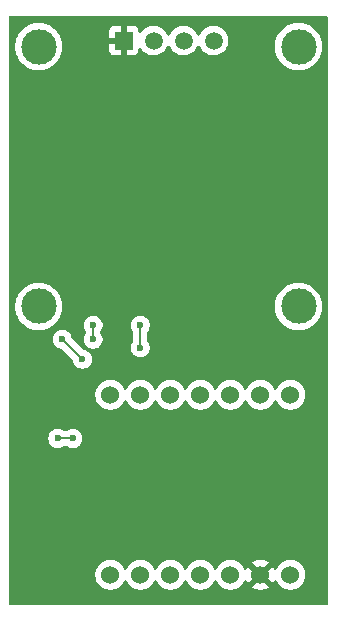
<source format=gbr>
%TF.GenerationSoftware,KiCad,Pcbnew,9.0.2*%
%TF.CreationDate,2025-08-22T23:07:11-04:00*%
%TF.ProjectId,Hermes,4865726d-6573-42e6-9b69-6361645f7063,rev?*%
%TF.SameCoordinates,Original*%
%TF.FileFunction,Copper,L2,Bot*%
%TF.FilePolarity,Positive*%
%FSLAX46Y46*%
G04 Gerber Fmt 4.6, Leading zero omitted, Abs format (unit mm)*
G04 Created by KiCad (PCBNEW 9.0.2) date 2025-08-22 23:07:11*
%MOMM*%
%LPD*%
G01*
G04 APERTURE LIST*
%TA.AperFunction,ComponentPad*%
%ADD10R,1.508000X1.508000*%
%TD*%
%TA.AperFunction,ComponentPad*%
%ADD11C,1.508000*%
%TD*%
%TA.AperFunction,ComponentPad*%
%ADD12C,3.000000*%
%TD*%
%TA.AperFunction,ComponentPad*%
%ADD13C,1.524000*%
%TD*%
%TA.AperFunction,ViaPad*%
%ADD14C,0.600000*%
%TD*%
%TA.AperFunction,Conductor*%
%ADD15C,0.200000*%
%TD*%
G04 APERTURE END LIST*
D10*
%TO.P,U3,1,GND*%
%TO.N,GND*%
X158190000Y-51512500D03*
D11*
%TO.P,U3,2,VCC_IN*%
%TO.N,3.3V*%
X160730000Y-51512500D03*
%TO.P,U3,3,SCL*%
%TO.N,SCL*%
X163270000Y-51512500D03*
%TO.P,U3,4,SDA*%
%TO.N,SDA*%
X165810000Y-51512500D03*
D12*
%TO.P,U3,S1*%
%TO.N,N/C*%
X151000000Y-52012500D03*
%TO.P,U3,S2*%
X173000000Y-52012500D03*
%TO.P,U3,S3*%
X173000000Y-74012500D03*
%TO.P,U3,S4*%
X151000000Y-74012500D03*
%TD*%
D13*
%TO.P,U1,1,GPIO26/ADC0/A0*%
%TO.N,unconnected-(U1-GPIO26{slash}ADC0{slash}A0-Pad1)*%
X172300000Y-81500000D03*
%TO.P,U1,2,GPIO27/ADC1/A1*%
%TO.N,unconnected-(U1-GPIO27{slash}ADC1{slash}A1-Pad2)*%
X169760000Y-81500000D03*
%TO.P,U1,3,GPIO28/ADC2/A2*%
%TO.N,unconnected-(U1-GPIO28{slash}ADC2{slash}A2-Pad3)*%
X167220000Y-81500000D03*
%TO.P,U1,4,GPIO29/ADC3/A3*%
%TO.N,unconnected-(U1-GPIO29{slash}ADC3{slash}A3-Pad4)*%
X164680000Y-81500000D03*
%TO.P,U1,5,GPIO6/SDA*%
%TO.N,SDA*%
X162140000Y-81500000D03*
%TO.P,U1,6,GPIO7/SCL*%
%TO.N,SCL*%
X159600000Y-81500000D03*
%TO.P,U1,7,GPIO0/TX*%
%TO.N,ICMINT*%
X157060000Y-81500000D03*
%TO.P,U1,8,GPIO1/RX*%
%TO.N,unconnected-(U1-GPIO1{slash}RX-Pad8)*%
X157060000Y-96740000D03*
%TO.P,U1,9,GPIO2/SCK*%
%TO.N,unconnected-(U1-GPIO2{slash}SCK-Pad9)*%
X159600000Y-96740000D03*
%TO.P,U1,10,GPIO4/MISO*%
%TO.N,unconnected-(U1-GPIO4{slash}MISO-Pad10)*%
X162140000Y-96740000D03*
%TO.P,U1,11,GPIO3/MOSI*%
%TO.N,unconnected-(U1-GPIO3{slash}MOSI-Pad11)*%
X164680000Y-96740000D03*
%TO.P,U1,12,3V3*%
%TO.N,3.3V*%
X167220000Y-96740000D03*
%TO.P,U1,13,GND*%
%TO.N,GND*%
X169760000Y-96740000D03*
%TO.P,U1,14,VBUS*%
%TO.N,unconnected-(U1-VBUS-Pad14)*%
X172300000Y-96740000D03*
%TD*%
D14*
%TO.N,3.3V*%
X155600000Y-75599000D03*
X155600000Y-76799000D03*
%TO.N,SCL*%
X159600000Y-75599000D03*
X159600000Y-77524000D03*
X153000000Y-76800000D03*
X154700000Y-78500000D03*
%TO.N,GND*%
X151900000Y-81100000D03*
X151200000Y-87600000D03*
%TO.N,ICMINT*%
X153900000Y-85200000D03*
X152600000Y-85200000D03*
%TD*%
D15*
%TO.N,3.3V*%
X155600000Y-76799000D02*
X155600000Y-75599000D01*
%TO.N,SCL*%
X159600000Y-77524000D02*
X159600000Y-75599000D01*
X154700000Y-78500000D02*
X153000000Y-76800000D01*
%TO.N,ICMINT*%
X152600000Y-85200000D02*
X153900000Y-85200000D01*
%TD*%
%TA.AperFunction,Conductor*%
%TO.N,GND*%
G36*
X175442539Y-49420185D02*
G01*
X175488294Y-49472989D01*
X175499500Y-49524500D01*
X175499500Y-99175500D01*
X175479815Y-99242539D01*
X175427011Y-99288294D01*
X175375500Y-99299500D01*
X148624500Y-99299500D01*
X148557461Y-99279815D01*
X148511706Y-99227011D01*
X148500500Y-99175500D01*
X148500500Y-96640639D01*
X155797500Y-96640639D01*
X155797500Y-96839360D01*
X155828587Y-97035637D01*
X155889993Y-97224629D01*
X155889994Y-97224632D01*
X155980074Y-97401422D01*
X155980213Y-97401694D01*
X156097019Y-97562464D01*
X156237536Y-97702981D01*
X156398306Y-97819787D01*
X156485149Y-97864035D01*
X156575367Y-97910005D01*
X156575370Y-97910006D01*
X156669866Y-97940709D01*
X156764364Y-97971413D01*
X156960639Y-98002500D01*
X156960640Y-98002500D01*
X157159360Y-98002500D01*
X157159361Y-98002500D01*
X157355636Y-97971413D01*
X157544632Y-97910005D01*
X157721694Y-97819787D01*
X157882464Y-97702981D01*
X158022981Y-97562464D01*
X158139787Y-97401694D01*
X158219515Y-97245218D01*
X158267490Y-97194423D01*
X158335311Y-97177628D01*
X158401446Y-97200165D01*
X158440484Y-97245218D01*
X158520213Y-97401694D01*
X158637019Y-97562464D01*
X158777536Y-97702981D01*
X158938306Y-97819787D01*
X159025149Y-97864035D01*
X159115367Y-97910005D01*
X159115370Y-97910006D01*
X159209866Y-97940709D01*
X159304364Y-97971413D01*
X159500639Y-98002500D01*
X159500640Y-98002500D01*
X159699360Y-98002500D01*
X159699361Y-98002500D01*
X159895636Y-97971413D01*
X160084632Y-97910005D01*
X160261694Y-97819787D01*
X160422464Y-97702981D01*
X160562981Y-97562464D01*
X160679787Y-97401694D01*
X160759515Y-97245218D01*
X160807490Y-97194423D01*
X160875311Y-97177628D01*
X160941446Y-97200165D01*
X160980484Y-97245218D01*
X161060213Y-97401694D01*
X161177019Y-97562464D01*
X161317536Y-97702981D01*
X161478306Y-97819787D01*
X161565149Y-97864035D01*
X161655367Y-97910005D01*
X161655370Y-97910006D01*
X161749866Y-97940709D01*
X161844364Y-97971413D01*
X162040639Y-98002500D01*
X162040640Y-98002500D01*
X162239360Y-98002500D01*
X162239361Y-98002500D01*
X162435636Y-97971413D01*
X162624632Y-97910005D01*
X162801694Y-97819787D01*
X162962464Y-97702981D01*
X163102981Y-97562464D01*
X163219787Y-97401694D01*
X163299515Y-97245218D01*
X163347490Y-97194423D01*
X163415311Y-97177628D01*
X163481446Y-97200165D01*
X163520484Y-97245218D01*
X163600213Y-97401694D01*
X163717019Y-97562464D01*
X163857536Y-97702981D01*
X164018306Y-97819787D01*
X164105149Y-97864035D01*
X164195367Y-97910005D01*
X164195370Y-97910006D01*
X164289866Y-97940709D01*
X164384364Y-97971413D01*
X164580639Y-98002500D01*
X164580640Y-98002500D01*
X164779360Y-98002500D01*
X164779361Y-98002500D01*
X164975636Y-97971413D01*
X165164632Y-97910005D01*
X165341694Y-97819787D01*
X165502464Y-97702981D01*
X165642981Y-97562464D01*
X165759787Y-97401694D01*
X165839515Y-97245218D01*
X165887490Y-97194423D01*
X165955311Y-97177628D01*
X166021446Y-97200165D01*
X166060484Y-97245218D01*
X166140213Y-97401694D01*
X166257019Y-97562464D01*
X166397536Y-97702981D01*
X166558306Y-97819787D01*
X166645149Y-97864035D01*
X166735367Y-97910005D01*
X166735370Y-97910006D01*
X166829866Y-97940709D01*
X166924364Y-97971413D01*
X167120639Y-98002500D01*
X167120640Y-98002500D01*
X167319360Y-98002500D01*
X167319361Y-98002500D01*
X167515636Y-97971413D01*
X167704632Y-97910005D01*
X167881694Y-97819787D01*
X168042464Y-97702981D01*
X168182981Y-97562464D01*
X168299787Y-97401694D01*
X168379796Y-97244667D01*
X168427769Y-97193872D01*
X168495590Y-97177077D01*
X168561725Y-97199614D01*
X168600765Y-97244668D01*
X168680641Y-97401432D01*
X168707730Y-97438715D01*
X168707731Y-97438716D01*
X169322352Y-96824094D01*
X169345792Y-96911571D01*
X169404311Y-97012930D01*
X169487070Y-97095689D01*
X169588429Y-97154208D01*
X169675905Y-97177647D01*
X169061283Y-97792268D01*
X169061283Y-97792269D01*
X169098567Y-97819358D01*
X169275562Y-97909542D01*
X169464477Y-97970924D01*
X169660679Y-98002000D01*
X169859321Y-98002000D01*
X170055520Y-97970924D01*
X170055523Y-97970924D01*
X170244437Y-97909542D01*
X170421425Y-97819362D01*
X170458716Y-97792268D01*
X169844095Y-97177647D01*
X169931571Y-97154208D01*
X170032930Y-97095689D01*
X170115689Y-97012930D01*
X170174208Y-96911571D01*
X170197647Y-96824094D01*
X170812268Y-97438715D01*
X170839364Y-97401422D01*
X170919234Y-97244669D01*
X170967208Y-97193872D01*
X171035029Y-97177077D01*
X171101164Y-97199614D01*
X171140203Y-97244667D01*
X171220213Y-97401694D01*
X171337019Y-97562464D01*
X171477536Y-97702981D01*
X171638306Y-97819787D01*
X171725149Y-97864035D01*
X171815367Y-97910005D01*
X171815370Y-97910006D01*
X171909866Y-97940709D01*
X172004364Y-97971413D01*
X172200639Y-98002500D01*
X172200640Y-98002500D01*
X172399360Y-98002500D01*
X172399361Y-98002500D01*
X172595636Y-97971413D01*
X172784632Y-97910005D01*
X172961694Y-97819787D01*
X173122464Y-97702981D01*
X173262981Y-97562464D01*
X173379787Y-97401694D01*
X173470005Y-97224632D01*
X173531413Y-97035636D01*
X173562500Y-96839361D01*
X173562500Y-96640639D01*
X173531413Y-96444364D01*
X173470005Y-96255368D01*
X173470005Y-96255367D01*
X173424035Y-96165149D01*
X173379787Y-96078306D01*
X173262981Y-95917536D01*
X173122464Y-95777019D01*
X172961694Y-95660213D01*
X172784632Y-95569994D01*
X172784629Y-95569993D01*
X172595637Y-95508587D01*
X172497498Y-95493043D01*
X172399361Y-95477500D01*
X172200639Y-95477500D01*
X172135214Y-95487862D01*
X172004362Y-95508587D01*
X171815370Y-95569993D01*
X171815367Y-95569994D01*
X171638305Y-95660213D01*
X171477533Y-95777021D01*
X171337021Y-95917533D01*
X171220213Y-96078305D01*
X171140204Y-96235331D01*
X171092229Y-96286127D01*
X171024408Y-96302922D01*
X170958273Y-96280384D01*
X170919234Y-96235331D01*
X170839358Y-96078567D01*
X170812268Y-96041283D01*
X170197647Y-96655904D01*
X170174208Y-96568429D01*
X170115689Y-96467070D01*
X170032930Y-96384311D01*
X169931571Y-96325792D01*
X169844094Y-96302352D01*
X170458716Y-95687731D01*
X170458715Y-95687730D01*
X170421432Y-95660641D01*
X170244437Y-95570457D01*
X170055522Y-95509075D01*
X169859321Y-95478000D01*
X169660679Y-95478000D01*
X169464479Y-95509075D01*
X169464476Y-95509075D01*
X169275562Y-95570457D01*
X169098564Y-95660643D01*
X169061283Y-95687729D01*
X169061282Y-95687730D01*
X169675906Y-96302352D01*
X169588429Y-96325792D01*
X169487070Y-96384311D01*
X169404311Y-96467070D01*
X169345792Y-96568429D01*
X169322352Y-96655905D01*
X168707730Y-96041282D01*
X168707729Y-96041283D01*
X168680641Y-96078566D01*
X168600764Y-96235332D01*
X168552790Y-96286127D01*
X168484969Y-96302922D01*
X168418834Y-96280384D01*
X168379796Y-96235332D01*
X168299787Y-96078306D01*
X168182981Y-95917536D01*
X168042464Y-95777019D01*
X167881694Y-95660213D01*
X167704632Y-95569994D01*
X167704629Y-95569993D01*
X167515637Y-95508587D01*
X167417498Y-95493043D01*
X167319361Y-95477500D01*
X167120639Y-95477500D01*
X167055214Y-95487862D01*
X166924362Y-95508587D01*
X166735370Y-95569993D01*
X166735367Y-95569994D01*
X166558305Y-95660213D01*
X166397533Y-95777021D01*
X166257021Y-95917533D01*
X166140213Y-96078305D01*
X166060485Y-96234780D01*
X166012510Y-96285576D01*
X165944689Y-96302371D01*
X165878554Y-96279833D01*
X165839515Y-96234780D01*
X165820179Y-96196832D01*
X165759787Y-96078306D01*
X165642981Y-95917536D01*
X165502464Y-95777019D01*
X165341694Y-95660213D01*
X165164632Y-95569994D01*
X165164629Y-95569993D01*
X164975637Y-95508587D01*
X164877498Y-95493043D01*
X164779361Y-95477500D01*
X164580639Y-95477500D01*
X164515214Y-95487862D01*
X164384362Y-95508587D01*
X164195370Y-95569993D01*
X164195367Y-95569994D01*
X164018305Y-95660213D01*
X163857533Y-95777021D01*
X163717021Y-95917533D01*
X163600213Y-96078305D01*
X163520485Y-96234780D01*
X163472510Y-96285576D01*
X163404689Y-96302371D01*
X163338554Y-96279833D01*
X163299515Y-96234780D01*
X163280179Y-96196832D01*
X163219787Y-96078306D01*
X163102981Y-95917536D01*
X162962464Y-95777019D01*
X162801694Y-95660213D01*
X162624632Y-95569994D01*
X162624629Y-95569993D01*
X162435637Y-95508587D01*
X162337498Y-95493043D01*
X162239361Y-95477500D01*
X162040639Y-95477500D01*
X161975214Y-95487862D01*
X161844362Y-95508587D01*
X161655370Y-95569993D01*
X161655367Y-95569994D01*
X161478305Y-95660213D01*
X161317533Y-95777021D01*
X161177021Y-95917533D01*
X161060213Y-96078305D01*
X160980485Y-96234780D01*
X160932510Y-96285576D01*
X160864689Y-96302371D01*
X160798554Y-96279833D01*
X160759515Y-96234780D01*
X160740179Y-96196832D01*
X160679787Y-96078306D01*
X160562981Y-95917536D01*
X160422464Y-95777019D01*
X160261694Y-95660213D01*
X160084632Y-95569994D01*
X160084629Y-95569993D01*
X159895637Y-95508587D01*
X159797498Y-95493043D01*
X159699361Y-95477500D01*
X159500639Y-95477500D01*
X159435214Y-95487862D01*
X159304362Y-95508587D01*
X159115370Y-95569993D01*
X159115367Y-95569994D01*
X158938305Y-95660213D01*
X158777533Y-95777021D01*
X158637021Y-95917533D01*
X158520213Y-96078305D01*
X158440485Y-96234780D01*
X158392510Y-96285576D01*
X158324689Y-96302371D01*
X158258554Y-96279833D01*
X158219515Y-96234780D01*
X158200179Y-96196832D01*
X158139787Y-96078306D01*
X158022981Y-95917536D01*
X157882464Y-95777019D01*
X157721694Y-95660213D01*
X157544632Y-95569994D01*
X157544629Y-95569993D01*
X157355637Y-95508587D01*
X157257498Y-95493043D01*
X157159361Y-95477500D01*
X156960639Y-95477500D01*
X156895214Y-95487862D01*
X156764362Y-95508587D01*
X156575370Y-95569993D01*
X156575367Y-95569994D01*
X156398305Y-95660213D01*
X156237533Y-95777021D01*
X156097021Y-95917533D01*
X155980213Y-96078305D01*
X155889994Y-96255367D01*
X155889993Y-96255370D01*
X155828587Y-96444362D01*
X155797500Y-96640639D01*
X148500500Y-96640639D01*
X148500500Y-85121153D01*
X151799500Y-85121153D01*
X151799500Y-85278846D01*
X151830261Y-85433489D01*
X151830264Y-85433501D01*
X151890602Y-85579172D01*
X151890609Y-85579185D01*
X151978210Y-85710288D01*
X151978213Y-85710292D01*
X152089707Y-85821786D01*
X152089711Y-85821789D01*
X152220814Y-85909390D01*
X152220827Y-85909397D01*
X152366498Y-85969735D01*
X152366503Y-85969737D01*
X152521153Y-86000499D01*
X152521156Y-86000500D01*
X152521158Y-86000500D01*
X152678844Y-86000500D01*
X152678845Y-86000499D01*
X152833497Y-85969737D01*
X152979179Y-85909394D01*
X152979185Y-85909390D01*
X153110875Y-85821398D01*
X153128921Y-85815747D01*
X153144831Y-85805523D01*
X153175792Y-85801071D01*
X153177553Y-85800520D01*
X153179766Y-85800500D01*
X153320234Y-85800500D01*
X153387273Y-85820185D01*
X153389125Y-85821398D01*
X153520814Y-85909390D01*
X153520827Y-85909397D01*
X153666498Y-85969735D01*
X153666503Y-85969737D01*
X153821153Y-86000499D01*
X153821156Y-86000500D01*
X153821158Y-86000500D01*
X153978844Y-86000500D01*
X153978845Y-86000499D01*
X154133497Y-85969737D01*
X154279179Y-85909394D01*
X154410289Y-85821789D01*
X154521789Y-85710289D01*
X154609394Y-85579179D01*
X154669737Y-85433497D01*
X154700500Y-85278842D01*
X154700500Y-85121158D01*
X154700500Y-85121155D01*
X154700499Y-85121153D01*
X154669738Y-84966510D01*
X154669737Y-84966503D01*
X154669735Y-84966498D01*
X154609397Y-84820827D01*
X154609390Y-84820814D01*
X154521789Y-84689711D01*
X154521786Y-84689707D01*
X154410292Y-84578213D01*
X154410288Y-84578210D01*
X154279185Y-84490609D01*
X154279172Y-84490602D01*
X154133501Y-84430264D01*
X154133489Y-84430261D01*
X153978845Y-84399500D01*
X153978842Y-84399500D01*
X153821158Y-84399500D01*
X153821155Y-84399500D01*
X153666510Y-84430261D01*
X153666498Y-84430264D01*
X153520827Y-84490602D01*
X153520814Y-84490609D01*
X153389125Y-84578602D01*
X153371078Y-84584252D01*
X153355169Y-84594477D01*
X153324207Y-84598928D01*
X153322447Y-84599480D01*
X153320234Y-84599500D01*
X153179766Y-84599500D01*
X153112727Y-84579815D01*
X153110875Y-84578602D01*
X152979185Y-84490609D01*
X152979172Y-84490602D01*
X152833501Y-84430264D01*
X152833489Y-84430261D01*
X152678845Y-84399500D01*
X152678842Y-84399500D01*
X152521158Y-84399500D01*
X152521155Y-84399500D01*
X152366510Y-84430261D01*
X152366498Y-84430264D01*
X152220827Y-84490602D01*
X152220814Y-84490609D01*
X152089711Y-84578210D01*
X152089707Y-84578213D01*
X151978213Y-84689707D01*
X151978210Y-84689711D01*
X151890609Y-84820814D01*
X151890602Y-84820827D01*
X151830264Y-84966498D01*
X151830261Y-84966510D01*
X151799500Y-85121153D01*
X148500500Y-85121153D01*
X148500500Y-81400639D01*
X155797500Y-81400639D01*
X155797500Y-81599360D01*
X155828587Y-81795637D01*
X155889993Y-81984629D01*
X155889994Y-81984632D01*
X155980213Y-82161694D01*
X156097019Y-82322464D01*
X156237536Y-82462981D01*
X156398306Y-82579787D01*
X156485149Y-82624035D01*
X156575367Y-82670005D01*
X156575370Y-82670006D01*
X156669866Y-82700709D01*
X156764364Y-82731413D01*
X156960639Y-82762500D01*
X156960640Y-82762500D01*
X157159360Y-82762500D01*
X157159361Y-82762500D01*
X157355636Y-82731413D01*
X157544632Y-82670005D01*
X157721694Y-82579787D01*
X157882464Y-82462981D01*
X158022981Y-82322464D01*
X158139787Y-82161694D01*
X158219515Y-82005218D01*
X158267490Y-81954423D01*
X158335311Y-81937628D01*
X158401446Y-81960165D01*
X158440484Y-82005218D01*
X158520213Y-82161694D01*
X158637019Y-82322464D01*
X158777536Y-82462981D01*
X158938306Y-82579787D01*
X159025149Y-82624035D01*
X159115367Y-82670005D01*
X159115370Y-82670006D01*
X159209866Y-82700709D01*
X159304364Y-82731413D01*
X159500639Y-82762500D01*
X159500640Y-82762500D01*
X159699360Y-82762500D01*
X159699361Y-82762500D01*
X159895636Y-82731413D01*
X160084632Y-82670005D01*
X160261694Y-82579787D01*
X160422464Y-82462981D01*
X160562981Y-82322464D01*
X160679787Y-82161694D01*
X160759515Y-82005218D01*
X160807490Y-81954423D01*
X160875311Y-81937628D01*
X160941446Y-81960165D01*
X160980484Y-82005218D01*
X161060213Y-82161694D01*
X161177019Y-82322464D01*
X161317536Y-82462981D01*
X161478306Y-82579787D01*
X161565149Y-82624035D01*
X161655367Y-82670005D01*
X161655370Y-82670006D01*
X161749866Y-82700709D01*
X161844364Y-82731413D01*
X162040639Y-82762500D01*
X162040640Y-82762500D01*
X162239360Y-82762500D01*
X162239361Y-82762500D01*
X162435636Y-82731413D01*
X162624632Y-82670005D01*
X162801694Y-82579787D01*
X162962464Y-82462981D01*
X163102981Y-82322464D01*
X163219787Y-82161694D01*
X163299515Y-82005218D01*
X163347490Y-81954423D01*
X163415311Y-81937628D01*
X163481446Y-81960165D01*
X163520484Y-82005218D01*
X163600213Y-82161694D01*
X163717019Y-82322464D01*
X163857536Y-82462981D01*
X164018306Y-82579787D01*
X164105149Y-82624035D01*
X164195367Y-82670005D01*
X164195370Y-82670006D01*
X164289866Y-82700709D01*
X164384364Y-82731413D01*
X164580639Y-82762500D01*
X164580640Y-82762500D01*
X164779360Y-82762500D01*
X164779361Y-82762500D01*
X164975636Y-82731413D01*
X165164632Y-82670005D01*
X165341694Y-82579787D01*
X165502464Y-82462981D01*
X165642981Y-82322464D01*
X165759787Y-82161694D01*
X165839515Y-82005218D01*
X165887490Y-81954423D01*
X165955311Y-81937628D01*
X166021446Y-81960165D01*
X166060484Y-82005218D01*
X166140213Y-82161694D01*
X166257019Y-82322464D01*
X166397536Y-82462981D01*
X166558306Y-82579787D01*
X166645149Y-82624035D01*
X166735367Y-82670005D01*
X166735370Y-82670006D01*
X166829866Y-82700709D01*
X166924364Y-82731413D01*
X167120639Y-82762500D01*
X167120640Y-82762500D01*
X167319360Y-82762500D01*
X167319361Y-82762500D01*
X167515636Y-82731413D01*
X167704632Y-82670005D01*
X167881694Y-82579787D01*
X168042464Y-82462981D01*
X168182981Y-82322464D01*
X168299787Y-82161694D01*
X168379515Y-82005218D01*
X168427490Y-81954423D01*
X168495311Y-81937628D01*
X168561446Y-81960165D01*
X168600484Y-82005218D01*
X168680213Y-82161694D01*
X168797019Y-82322464D01*
X168937536Y-82462981D01*
X169098306Y-82579787D01*
X169185149Y-82624035D01*
X169275367Y-82670005D01*
X169275370Y-82670006D01*
X169369866Y-82700709D01*
X169464364Y-82731413D01*
X169660639Y-82762500D01*
X169660640Y-82762500D01*
X169859360Y-82762500D01*
X169859361Y-82762500D01*
X170055636Y-82731413D01*
X170244632Y-82670005D01*
X170421694Y-82579787D01*
X170582464Y-82462981D01*
X170722981Y-82322464D01*
X170839787Y-82161694D01*
X170919515Y-82005218D01*
X170967490Y-81954423D01*
X171035311Y-81937628D01*
X171101446Y-81960165D01*
X171140484Y-82005218D01*
X171220213Y-82161694D01*
X171337019Y-82322464D01*
X171477536Y-82462981D01*
X171638306Y-82579787D01*
X171725149Y-82624035D01*
X171815367Y-82670005D01*
X171815370Y-82670006D01*
X171909866Y-82700709D01*
X172004364Y-82731413D01*
X172200639Y-82762500D01*
X172200640Y-82762500D01*
X172399360Y-82762500D01*
X172399361Y-82762500D01*
X172595636Y-82731413D01*
X172784632Y-82670005D01*
X172961694Y-82579787D01*
X173122464Y-82462981D01*
X173262981Y-82322464D01*
X173379787Y-82161694D01*
X173470005Y-81984632D01*
X173531413Y-81795636D01*
X173562500Y-81599361D01*
X173562500Y-81400639D01*
X173531413Y-81204364D01*
X173470005Y-81015368D01*
X173470005Y-81015367D01*
X173379786Y-80838305D01*
X173262981Y-80677536D01*
X173122464Y-80537019D01*
X172961694Y-80420213D01*
X172784632Y-80329994D01*
X172784629Y-80329993D01*
X172595637Y-80268587D01*
X172497498Y-80253043D01*
X172399361Y-80237500D01*
X172200639Y-80237500D01*
X172135214Y-80247862D01*
X172004362Y-80268587D01*
X171815370Y-80329993D01*
X171815367Y-80329994D01*
X171638305Y-80420213D01*
X171477533Y-80537021D01*
X171337021Y-80677533D01*
X171220213Y-80838305D01*
X171140485Y-80994780D01*
X171092510Y-81045576D01*
X171024689Y-81062371D01*
X170958554Y-81039833D01*
X170919515Y-80994780D01*
X170839786Y-80838305D01*
X170722981Y-80677536D01*
X170582464Y-80537019D01*
X170421694Y-80420213D01*
X170244632Y-80329994D01*
X170244629Y-80329993D01*
X170055637Y-80268587D01*
X169957498Y-80253043D01*
X169859361Y-80237500D01*
X169660639Y-80237500D01*
X169595214Y-80247862D01*
X169464362Y-80268587D01*
X169275370Y-80329993D01*
X169275367Y-80329994D01*
X169098305Y-80420213D01*
X168937533Y-80537021D01*
X168797021Y-80677533D01*
X168680213Y-80838305D01*
X168600485Y-80994780D01*
X168552510Y-81045576D01*
X168484689Y-81062371D01*
X168418554Y-81039833D01*
X168379515Y-80994780D01*
X168299786Y-80838305D01*
X168182981Y-80677536D01*
X168042464Y-80537019D01*
X167881694Y-80420213D01*
X167704632Y-80329994D01*
X167704629Y-80329993D01*
X167515637Y-80268587D01*
X167417498Y-80253043D01*
X167319361Y-80237500D01*
X167120639Y-80237500D01*
X167055214Y-80247862D01*
X166924362Y-80268587D01*
X166735370Y-80329993D01*
X166735367Y-80329994D01*
X166558305Y-80420213D01*
X166397533Y-80537021D01*
X166257021Y-80677533D01*
X166140213Y-80838305D01*
X166060485Y-80994780D01*
X166012510Y-81045576D01*
X165944689Y-81062371D01*
X165878554Y-81039833D01*
X165839515Y-80994780D01*
X165759786Y-80838305D01*
X165642981Y-80677536D01*
X165502464Y-80537019D01*
X165341694Y-80420213D01*
X165164632Y-80329994D01*
X165164629Y-80329993D01*
X164975637Y-80268587D01*
X164877498Y-80253043D01*
X164779361Y-80237500D01*
X164580639Y-80237500D01*
X164515214Y-80247862D01*
X164384362Y-80268587D01*
X164195370Y-80329993D01*
X164195367Y-80329994D01*
X164018305Y-80420213D01*
X163857533Y-80537021D01*
X163717021Y-80677533D01*
X163600213Y-80838305D01*
X163520485Y-80994780D01*
X163472510Y-81045576D01*
X163404689Y-81062371D01*
X163338554Y-81039833D01*
X163299515Y-80994780D01*
X163219786Y-80838305D01*
X163102981Y-80677536D01*
X162962464Y-80537019D01*
X162801694Y-80420213D01*
X162624632Y-80329994D01*
X162624629Y-80329993D01*
X162435637Y-80268587D01*
X162337498Y-80253043D01*
X162239361Y-80237500D01*
X162040639Y-80237500D01*
X161975214Y-80247862D01*
X161844362Y-80268587D01*
X161655370Y-80329993D01*
X161655367Y-80329994D01*
X161478305Y-80420213D01*
X161317533Y-80537021D01*
X161177021Y-80677533D01*
X161060213Y-80838305D01*
X160980485Y-80994780D01*
X160932510Y-81045576D01*
X160864689Y-81062371D01*
X160798554Y-81039833D01*
X160759515Y-80994780D01*
X160679786Y-80838305D01*
X160562981Y-80677536D01*
X160422464Y-80537019D01*
X160261694Y-80420213D01*
X160084632Y-80329994D01*
X160084629Y-80329993D01*
X159895637Y-80268587D01*
X159797498Y-80253043D01*
X159699361Y-80237500D01*
X159500639Y-80237500D01*
X159435214Y-80247862D01*
X159304362Y-80268587D01*
X159115370Y-80329993D01*
X159115367Y-80329994D01*
X158938305Y-80420213D01*
X158777533Y-80537021D01*
X158637021Y-80677533D01*
X158520213Y-80838305D01*
X158440485Y-80994780D01*
X158392510Y-81045576D01*
X158324689Y-81062371D01*
X158258554Y-81039833D01*
X158219515Y-80994780D01*
X158139786Y-80838305D01*
X158022981Y-80677536D01*
X157882464Y-80537019D01*
X157721694Y-80420213D01*
X157544632Y-80329994D01*
X157544629Y-80329993D01*
X157355637Y-80268587D01*
X157257498Y-80253043D01*
X157159361Y-80237500D01*
X156960639Y-80237500D01*
X156895214Y-80247862D01*
X156764362Y-80268587D01*
X156575370Y-80329993D01*
X156575367Y-80329994D01*
X156398305Y-80420213D01*
X156237533Y-80537021D01*
X156097021Y-80677533D01*
X155980213Y-80838305D01*
X155889994Y-81015367D01*
X155889993Y-81015370D01*
X155828587Y-81204362D01*
X155797500Y-81400639D01*
X148500500Y-81400639D01*
X148500500Y-76721153D01*
X152199500Y-76721153D01*
X152199500Y-76878846D01*
X152230261Y-77033489D01*
X152230264Y-77033501D01*
X152290602Y-77179172D01*
X152290609Y-77179185D01*
X152378210Y-77310288D01*
X152378213Y-77310292D01*
X152489707Y-77421786D01*
X152489711Y-77421789D01*
X152620814Y-77509390D01*
X152620827Y-77509397D01*
X152764084Y-77568735D01*
X152766503Y-77569737D01*
X152831147Y-77582595D01*
X152921849Y-77600638D01*
X152983760Y-77633023D01*
X152985339Y-77634574D01*
X153865425Y-78514660D01*
X153898910Y-78575983D01*
X153899361Y-78578149D01*
X153930261Y-78733491D01*
X153930264Y-78733501D01*
X153990602Y-78879172D01*
X153990609Y-78879185D01*
X154078210Y-79010288D01*
X154078213Y-79010292D01*
X154189707Y-79121786D01*
X154189711Y-79121789D01*
X154320814Y-79209390D01*
X154320827Y-79209397D01*
X154466498Y-79269735D01*
X154466503Y-79269737D01*
X154621153Y-79300499D01*
X154621156Y-79300500D01*
X154621158Y-79300500D01*
X154778844Y-79300500D01*
X154778845Y-79300499D01*
X154933497Y-79269737D01*
X155079179Y-79209394D01*
X155210289Y-79121789D01*
X155321789Y-79010289D01*
X155409394Y-78879179D01*
X155469737Y-78733497D01*
X155500500Y-78578842D01*
X155500500Y-78421158D01*
X155500500Y-78421155D01*
X155500499Y-78421153D01*
X155475154Y-78293737D01*
X155469737Y-78266503D01*
X155419735Y-78145786D01*
X155409397Y-78120827D01*
X155409390Y-78120814D01*
X155321789Y-77989711D01*
X155321786Y-77989707D01*
X155210292Y-77878213D01*
X155210288Y-77878210D01*
X155079185Y-77790609D01*
X155079172Y-77790602D01*
X154933501Y-77730264D01*
X154933491Y-77730261D01*
X154778149Y-77699361D01*
X154716238Y-77666976D01*
X154714660Y-77665425D01*
X153834574Y-76785339D01*
X153801089Y-76724016D01*
X153800638Y-76721849D01*
X153769738Y-76566510D01*
X153769737Y-76566503D01*
X153769321Y-76565498D01*
X153709397Y-76420827D01*
X153709390Y-76420814D01*
X153621789Y-76289711D01*
X153621786Y-76289707D01*
X153510292Y-76178213D01*
X153510288Y-76178210D01*
X153379185Y-76090609D01*
X153379172Y-76090602D01*
X153233501Y-76030264D01*
X153233489Y-76030261D01*
X153078845Y-75999500D01*
X153078842Y-75999500D01*
X152921158Y-75999500D01*
X152921155Y-75999500D01*
X152766510Y-76030261D01*
X152766498Y-76030264D01*
X152620827Y-76090602D01*
X152620814Y-76090609D01*
X152489711Y-76178210D01*
X152489707Y-76178213D01*
X152378213Y-76289707D01*
X152378210Y-76289711D01*
X152290609Y-76420814D01*
X152290602Y-76420827D01*
X152230264Y-76566498D01*
X152230261Y-76566510D01*
X152199500Y-76721153D01*
X148500500Y-76721153D01*
X148500500Y-73881372D01*
X148999500Y-73881372D01*
X148999500Y-74143627D01*
X149026123Y-74345839D01*
X149033730Y-74403616D01*
X149101602Y-74656918D01*
X149101605Y-74656928D01*
X149201953Y-74899190D01*
X149201958Y-74899200D01*
X149333075Y-75126303D01*
X149492718Y-75334351D01*
X149492726Y-75334360D01*
X149678140Y-75519774D01*
X149678148Y-75519781D01*
X149678149Y-75519782D01*
X149678635Y-75520155D01*
X149886196Y-75679424D01*
X150113299Y-75810541D01*
X150113309Y-75810546D01*
X150355571Y-75910894D01*
X150355581Y-75910898D01*
X150608884Y-75978770D01*
X150868880Y-76013000D01*
X150868887Y-76013000D01*
X151131113Y-76013000D01*
X151131120Y-76013000D01*
X151391116Y-75978770D01*
X151644419Y-75910898D01*
X151886697Y-75810543D01*
X152113803Y-75679424D01*
X152321368Y-75520153D01*
X154799500Y-75520153D01*
X154799500Y-75677846D01*
X154830261Y-75832489D01*
X154830264Y-75832501D01*
X154890602Y-75978172D01*
X154890609Y-75978185D01*
X154978602Y-76109874D01*
X154984252Y-76127920D01*
X154994477Y-76143830D01*
X154998928Y-76174789D01*
X154999480Y-76176551D01*
X154999500Y-76178765D01*
X154999500Y-76219234D01*
X154979815Y-76286273D01*
X154978602Y-76288125D01*
X154890609Y-76419814D01*
X154890602Y-76419827D01*
X154830264Y-76565498D01*
X154830261Y-76565510D01*
X154799500Y-76720153D01*
X154799500Y-76877846D01*
X154830261Y-77032489D01*
X154830264Y-77032501D01*
X154890602Y-77178172D01*
X154890609Y-77178185D01*
X154978210Y-77309288D01*
X154978213Y-77309292D01*
X155089707Y-77420786D01*
X155089711Y-77420789D01*
X155220814Y-77508390D01*
X155220827Y-77508397D01*
X155366498Y-77568735D01*
X155366503Y-77568737D01*
X155521153Y-77599499D01*
X155521156Y-77599500D01*
X155521158Y-77599500D01*
X155678844Y-77599500D01*
X155678845Y-77599499D01*
X155833497Y-77568737D01*
X155976765Y-77509394D01*
X155979172Y-77508397D01*
X155979172Y-77508396D01*
X155979179Y-77508394D01*
X156110289Y-77420789D01*
X156221789Y-77309289D01*
X156308726Y-77179179D01*
X156309390Y-77178185D01*
X156309390Y-77178184D01*
X156309394Y-77178179D01*
X156369737Y-77032497D01*
X156400500Y-76877842D01*
X156400500Y-76720158D01*
X156400500Y-76720155D01*
X156400499Y-76720153D01*
X156369738Y-76565510D01*
X156369737Y-76565503D01*
X156309811Y-76420827D01*
X156309397Y-76419827D01*
X156309390Y-76419814D01*
X156221398Y-76288125D01*
X156215747Y-76270078D01*
X156205523Y-76254169D01*
X156201071Y-76223207D01*
X156200520Y-76221447D01*
X156200500Y-76219234D01*
X156200500Y-76178765D01*
X156220185Y-76111726D01*
X156221398Y-76109874D01*
X156234271Y-76090609D01*
X156309394Y-75978179D01*
X156369737Y-75832497D01*
X156400500Y-75677842D01*
X156400500Y-75520158D01*
X156400500Y-75520155D01*
X156400499Y-75520153D01*
X158799500Y-75520153D01*
X158799500Y-75677846D01*
X158830261Y-75832489D01*
X158830264Y-75832501D01*
X158890602Y-75978172D01*
X158890609Y-75978185D01*
X158978602Y-76109874D01*
X158999480Y-76176551D01*
X158999500Y-76178765D01*
X158999500Y-76944234D01*
X158979815Y-77011273D01*
X158978602Y-77013125D01*
X158890609Y-77144814D01*
X158890602Y-77144827D01*
X158830264Y-77290498D01*
X158830261Y-77290510D01*
X158799500Y-77445153D01*
X158799500Y-77602846D01*
X158830261Y-77757489D01*
X158830264Y-77757501D01*
X158890602Y-77903172D01*
X158890609Y-77903185D01*
X158978210Y-78034288D01*
X158978213Y-78034292D01*
X159089707Y-78145786D01*
X159089711Y-78145789D01*
X159220814Y-78233390D01*
X159220827Y-78233397D01*
X159366498Y-78293735D01*
X159366503Y-78293737D01*
X159521153Y-78324499D01*
X159521156Y-78324500D01*
X159521158Y-78324500D01*
X159678844Y-78324500D01*
X159678845Y-78324499D01*
X159833497Y-78293737D01*
X159979179Y-78233394D01*
X160110289Y-78145789D01*
X160221789Y-78034289D01*
X160309394Y-77903179D01*
X160369737Y-77757497D01*
X160400500Y-77602842D01*
X160400500Y-77445158D01*
X160400500Y-77445155D01*
X160400499Y-77445153D01*
X160373673Y-77310292D01*
X160369737Y-77290503D01*
X160323628Y-77179185D01*
X160309397Y-77144827D01*
X160309390Y-77144814D01*
X160221398Y-77013125D01*
X160200520Y-76946447D01*
X160200500Y-76944234D01*
X160200500Y-76178765D01*
X160220185Y-76111726D01*
X160221398Y-76109874D01*
X160234271Y-76090609D01*
X160309394Y-75978179D01*
X160369737Y-75832497D01*
X160400500Y-75677842D01*
X160400500Y-75520158D01*
X160400500Y-75520155D01*
X160400499Y-75520153D01*
X160369738Y-75365510D01*
X160369737Y-75365503D01*
X160356834Y-75334351D01*
X160309397Y-75219827D01*
X160309390Y-75219814D01*
X160221789Y-75088711D01*
X160221786Y-75088707D01*
X160110292Y-74977213D01*
X160110288Y-74977210D01*
X159979185Y-74889609D01*
X159979172Y-74889602D01*
X159833501Y-74829264D01*
X159833489Y-74829261D01*
X159678845Y-74798500D01*
X159678842Y-74798500D01*
X159521158Y-74798500D01*
X159521155Y-74798500D01*
X159366510Y-74829261D01*
X159366498Y-74829264D01*
X159220827Y-74889602D01*
X159220814Y-74889609D01*
X159089711Y-74977210D01*
X159089707Y-74977213D01*
X158978213Y-75088707D01*
X158978210Y-75088711D01*
X158890609Y-75219814D01*
X158890602Y-75219827D01*
X158830264Y-75365498D01*
X158830261Y-75365510D01*
X158799500Y-75520153D01*
X156400499Y-75520153D01*
X156369738Y-75365510D01*
X156369737Y-75365503D01*
X156356834Y-75334351D01*
X156309397Y-75219827D01*
X156309390Y-75219814D01*
X156221789Y-75088711D01*
X156221786Y-75088707D01*
X156110292Y-74977213D01*
X156110288Y-74977210D01*
X155979185Y-74889609D01*
X155979172Y-74889602D01*
X155833501Y-74829264D01*
X155833489Y-74829261D01*
X155678845Y-74798500D01*
X155678842Y-74798500D01*
X155521158Y-74798500D01*
X155521155Y-74798500D01*
X155366510Y-74829261D01*
X155366498Y-74829264D01*
X155220827Y-74889602D01*
X155220814Y-74889609D01*
X155089711Y-74977210D01*
X155089707Y-74977213D01*
X154978213Y-75088707D01*
X154978210Y-75088711D01*
X154890609Y-75219814D01*
X154890602Y-75219827D01*
X154830264Y-75365498D01*
X154830261Y-75365510D01*
X154799500Y-75520153D01*
X152321368Y-75520153D01*
X152321851Y-75519782D01*
X152321855Y-75519777D01*
X152321860Y-75519774D01*
X152507274Y-75334360D01*
X152507277Y-75334355D01*
X152507282Y-75334351D01*
X152666924Y-75126303D01*
X152798043Y-74899197D01*
X152802015Y-74889609D01*
X152898394Y-74656928D01*
X152898398Y-74656919D01*
X152966270Y-74403616D01*
X153000500Y-74143620D01*
X153000500Y-73881380D01*
X153000499Y-73881372D01*
X170999500Y-73881372D01*
X170999500Y-74143627D01*
X171026123Y-74345839D01*
X171033730Y-74403616D01*
X171101602Y-74656918D01*
X171101605Y-74656928D01*
X171201953Y-74899190D01*
X171201958Y-74899200D01*
X171333075Y-75126303D01*
X171492718Y-75334351D01*
X171492726Y-75334360D01*
X171678140Y-75519774D01*
X171678148Y-75519781D01*
X171678149Y-75519782D01*
X171678635Y-75520155D01*
X171886196Y-75679424D01*
X172113299Y-75810541D01*
X172113309Y-75810546D01*
X172355571Y-75910894D01*
X172355581Y-75910898D01*
X172608884Y-75978770D01*
X172868880Y-76013000D01*
X172868887Y-76013000D01*
X173131113Y-76013000D01*
X173131120Y-76013000D01*
X173391116Y-75978770D01*
X173644419Y-75910898D01*
X173886697Y-75810543D01*
X174113803Y-75679424D01*
X174321851Y-75519782D01*
X174321855Y-75519777D01*
X174321860Y-75519774D01*
X174507274Y-75334360D01*
X174507277Y-75334355D01*
X174507282Y-75334351D01*
X174666924Y-75126303D01*
X174798043Y-74899197D01*
X174802015Y-74889609D01*
X174898394Y-74656928D01*
X174898398Y-74656919D01*
X174966270Y-74403616D01*
X175000500Y-74143620D01*
X175000500Y-73881380D01*
X174966270Y-73621384D01*
X174898398Y-73368081D01*
X174898394Y-73368071D01*
X174798046Y-73125809D01*
X174798041Y-73125799D01*
X174666924Y-72898696D01*
X174507281Y-72690648D01*
X174507274Y-72690640D01*
X174321860Y-72505226D01*
X174321851Y-72505218D01*
X174113803Y-72345575D01*
X173886700Y-72214458D01*
X173886690Y-72214453D01*
X173644428Y-72114105D01*
X173644421Y-72114103D01*
X173644419Y-72114102D01*
X173391116Y-72046230D01*
X173333339Y-72038623D01*
X173131127Y-72012000D01*
X173131120Y-72012000D01*
X172868880Y-72012000D01*
X172868872Y-72012000D01*
X172637772Y-72042426D01*
X172608884Y-72046230D01*
X172355581Y-72114102D01*
X172355571Y-72114105D01*
X172113309Y-72214453D01*
X172113299Y-72214458D01*
X171886196Y-72345575D01*
X171678148Y-72505218D01*
X171492718Y-72690648D01*
X171333075Y-72898696D01*
X171201958Y-73125799D01*
X171201953Y-73125809D01*
X171101605Y-73368071D01*
X171101602Y-73368081D01*
X171033730Y-73621385D01*
X170999500Y-73881372D01*
X153000499Y-73881372D01*
X152966270Y-73621384D01*
X152898398Y-73368081D01*
X152898394Y-73368071D01*
X152798046Y-73125809D01*
X152798041Y-73125799D01*
X152666924Y-72898696D01*
X152507281Y-72690648D01*
X152507274Y-72690640D01*
X152321860Y-72505226D01*
X152321851Y-72505218D01*
X152113803Y-72345575D01*
X151886700Y-72214458D01*
X151886690Y-72214453D01*
X151644428Y-72114105D01*
X151644421Y-72114103D01*
X151644419Y-72114102D01*
X151391116Y-72046230D01*
X151333339Y-72038623D01*
X151131127Y-72012000D01*
X151131120Y-72012000D01*
X150868880Y-72012000D01*
X150868872Y-72012000D01*
X150637772Y-72042426D01*
X150608884Y-72046230D01*
X150355581Y-72114102D01*
X150355571Y-72114105D01*
X150113309Y-72214453D01*
X150113299Y-72214458D01*
X149886196Y-72345575D01*
X149678148Y-72505218D01*
X149492718Y-72690648D01*
X149333075Y-72898696D01*
X149201958Y-73125799D01*
X149201953Y-73125809D01*
X149101605Y-73368071D01*
X149101602Y-73368081D01*
X149033730Y-73621385D01*
X148999500Y-73881372D01*
X148500500Y-73881372D01*
X148500500Y-51881372D01*
X148999500Y-51881372D01*
X148999500Y-52143627D01*
X149021977Y-52314344D01*
X149033730Y-52403616D01*
X149101602Y-52656918D01*
X149101605Y-52656928D01*
X149201953Y-52899190D01*
X149201958Y-52899200D01*
X149333075Y-53126303D01*
X149492718Y-53334351D01*
X149492726Y-53334360D01*
X149678140Y-53519774D01*
X149678148Y-53519781D01*
X149886196Y-53679424D01*
X150113299Y-53810541D01*
X150113309Y-53810546D01*
X150355571Y-53910894D01*
X150355581Y-53910898D01*
X150608884Y-53978770D01*
X150868880Y-54013000D01*
X150868887Y-54013000D01*
X151131113Y-54013000D01*
X151131120Y-54013000D01*
X151391116Y-53978770D01*
X151644419Y-53910898D01*
X151886697Y-53810543D01*
X152113803Y-53679424D01*
X152321851Y-53519782D01*
X152321855Y-53519777D01*
X152321860Y-53519774D01*
X152507274Y-53334360D01*
X152507277Y-53334355D01*
X152507282Y-53334351D01*
X152666924Y-53126303D01*
X152798043Y-52899197D01*
X152898398Y-52656919D01*
X152966270Y-52403616D01*
X153000500Y-52143620D01*
X153000500Y-51881380D01*
X152984849Y-51762500D01*
X152980218Y-51727323D01*
X152975892Y-51694473D01*
X152966270Y-51621384D01*
X152898398Y-51368081D01*
X152836538Y-51218737D01*
X152798046Y-51125809D01*
X152798041Y-51125799D01*
X152666927Y-50898701D01*
X152587122Y-50794698D01*
X152522633Y-50710655D01*
X156936000Y-50710655D01*
X156936000Y-51262500D01*
X157756988Y-51262500D01*
X157724075Y-51319507D01*
X157690000Y-51446674D01*
X157690000Y-51578326D01*
X157724075Y-51705493D01*
X157756988Y-51762500D01*
X156936000Y-51762500D01*
X156936000Y-52314344D01*
X156942401Y-52373872D01*
X156942403Y-52373879D01*
X156992645Y-52508586D01*
X156992649Y-52508593D01*
X157078809Y-52623687D01*
X157078812Y-52623690D01*
X157193906Y-52709850D01*
X157193913Y-52709854D01*
X157328620Y-52760096D01*
X157328627Y-52760098D01*
X157388155Y-52766499D01*
X157388172Y-52766500D01*
X157940000Y-52766500D01*
X157940000Y-51945512D01*
X157997007Y-51978425D01*
X158124174Y-52012500D01*
X158255826Y-52012500D01*
X158382993Y-51978425D01*
X158440000Y-51945512D01*
X158440000Y-52766500D01*
X158991828Y-52766500D01*
X158991844Y-52766499D01*
X159051372Y-52760098D01*
X159051379Y-52760096D01*
X159186086Y-52709854D01*
X159186093Y-52709850D01*
X159301187Y-52623690D01*
X159301190Y-52623687D01*
X159387350Y-52508593D01*
X159387354Y-52508586D01*
X159437596Y-52373879D01*
X159437598Y-52373872D01*
X159443999Y-52314344D01*
X159444000Y-52314327D01*
X159444000Y-52258387D01*
X159463685Y-52191348D01*
X159516489Y-52145593D01*
X159585647Y-52135649D01*
X159649203Y-52164674D01*
X159668314Y-52185497D01*
X159721272Y-52258387D01*
X159773121Y-52329752D01*
X159912753Y-52469384D01*
X160062234Y-52577986D01*
X160072499Y-52585444D01*
X160248439Y-52675091D01*
X160355417Y-52709850D01*
X160436236Y-52736110D01*
X160631264Y-52767000D01*
X160631269Y-52767000D01*
X160828736Y-52767000D01*
X161023763Y-52736110D01*
X161211561Y-52675091D01*
X161387501Y-52585444D01*
X161493288Y-52508586D01*
X161547246Y-52469384D01*
X161547248Y-52469381D01*
X161547252Y-52469379D01*
X161686879Y-52329752D01*
X161686881Y-52329748D01*
X161686884Y-52329746D01*
X161802941Y-52170005D01*
X161802942Y-52170004D01*
X161802944Y-52170001D01*
X161889517Y-52000093D01*
X161937490Y-51949300D01*
X162005311Y-51932505D01*
X162071446Y-51955042D01*
X162110482Y-52000093D01*
X162183614Y-52143620D01*
X162197058Y-52170005D01*
X162313115Y-52329746D01*
X162452753Y-52469384D01*
X162602234Y-52577986D01*
X162612499Y-52585444D01*
X162788439Y-52675091D01*
X162895417Y-52709850D01*
X162976236Y-52736110D01*
X163171264Y-52767000D01*
X163171269Y-52767000D01*
X163368736Y-52767000D01*
X163563763Y-52736110D01*
X163751561Y-52675091D01*
X163927501Y-52585444D01*
X164033288Y-52508586D01*
X164087246Y-52469384D01*
X164087248Y-52469381D01*
X164087252Y-52469379D01*
X164226879Y-52329752D01*
X164226881Y-52329748D01*
X164226884Y-52329746D01*
X164342941Y-52170005D01*
X164342942Y-52170004D01*
X164342944Y-52170001D01*
X164429517Y-52000093D01*
X164477490Y-51949300D01*
X164545311Y-51932505D01*
X164611446Y-51955042D01*
X164650482Y-52000093D01*
X164723614Y-52143620D01*
X164737058Y-52170005D01*
X164853115Y-52329746D01*
X164992753Y-52469384D01*
X165142234Y-52577986D01*
X165152499Y-52585444D01*
X165328439Y-52675091D01*
X165435417Y-52709850D01*
X165516236Y-52736110D01*
X165711264Y-52767000D01*
X165711269Y-52767000D01*
X165908736Y-52767000D01*
X166103763Y-52736110D01*
X166291561Y-52675091D01*
X166467501Y-52585444D01*
X166573288Y-52508586D01*
X166627246Y-52469384D01*
X166627248Y-52469381D01*
X166627252Y-52469379D01*
X166766879Y-52329752D01*
X166766881Y-52329748D01*
X166766884Y-52329746D01*
X166818728Y-52258387D01*
X166882944Y-52170001D01*
X166972591Y-51994061D01*
X167009206Y-51881372D01*
X170999500Y-51881372D01*
X170999500Y-52143627D01*
X171021977Y-52314344D01*
X171033730Y-52403616D01*
X171101602Y-52656918D01*
X171101605Y-52656928D01*
X171201953Y-52899190D01*
X171201958Y-52899200D01*
X171333075Y-53126303D01*
X171492718Y-53334351D01*
X171492726Y-53334360D01*
X171678140Y-53519774D01*
X171678148Y-53519781D01*
X171886196Y-53679424D01*
X172113299Y-53810541D01*
X172113309Y-53810546D01*
X172355571Y-53910894D01*
X172355581Y-53910898D01*
X172608884Y-53978770D01*
X172868880Y-54013000D01*
X172868887Y-54013000D01*
X173131113Y-54013000D01*
X173131120Y-54013000D01*
X173391116Y-53978770D01*
X173644419Y-53910898D01*
X173886697Y-53810543D01*
X174113803Y-53679424D01*
X174321851Y-53519782D01*
X174321855Y-53519777D01*
X174321860Y-53519774D01*
X174507274Y-53334360D01*
X174507277Y-53334355D01*
X174507282Y-53334351D01*
X174666924Y-53126303D01*
X174798043Y-52899197D01*
X174898398Y-52656919D01*
X174966270Y-52403616D01*
X175000500Y-52143620D01*
X175000500Y-51881380D01*
X174966270Y-51621384D01*
X174898398Y-51368081D01*
X174836538Y-51218737D01*
X174798046Y-51125809D01*
X174798041Y-51125799D01*
X174666924Y-50898696D01*
X174507281Y-50690648D01*
X174507274Y-50690640D01*
X174321860Y-50505226D01*
X174321851Y-50505218D01*
X174113803Y-50345575D01*
X173886700Y-50214458D01*
X173886690Y-50214453D01*
X173644428Y-50114105D01*
X173644421Y-50114103D01*
X173644419Y-50114102D01*
X173391116Y-50046230D01*
X173333339Y-50038623D01*
X173131127Y-50012000D01*
X173131120Y-50012000D01*
X172868880Y-50012000D01*
X172868872Y-50012000D01*
X172637772Y-50042426D01*
X172608884Y-50046230D01*
X172355581Y-50114102D01*
X172355571Y-50114105D01*
X172113309Y-50214453D01*
X172113299Y-50214458D01*
X171886196Y-50345575D01*
X171678148Y-50505218D01*
X171492718Y-50690648D01*
X171333075Y-50898696D01*
X171201958Y-51125799D01*
X171201953Y-51125809D01*
X171101605Y-51368071D01*
X171101602Y-51368081D01*
X171036451Y-51611231D01*
X171033730Y-51621385D01*
X170999500Y-51881372D01*
X167009206Y-51881372D01*
X167033610Y-51806263D01*
X167046113Y-51727323D01*
X167064500Y-51611236D01*
X167064500Y-51413763D01*
X167033610Y-51218736D01*
X166977671Y-51046575D01*
X166972591Y-51030939D01*
X166882944Y-50854999D01*
X166871681Y-50839497D01*
X166766884Y-50695253D01*
X166627246Y-50555615D01*
X166467504Y-50439558D01*
X166467503Y-50439557D01*
X166467501Y-50439556D01*
X166291561Y-50349909D01*
X166291558Y-50349908D01*
X166103763Y-50288889D01*
X165908736Y-50258000D01*
X165908731Y-50258000D01*
X165711269Y-50258000D01*
X165711264Y-50258000D01*
X165516236Y-50288889D01*
X165328441Y-50349908D01*
X165152495Y-50439558D01*
X164992753Y-50555615D01*
X164853115Y-50695253D01*
X164737058Y-50854995D01*
X164737056Y-50854999D01*
X164656805Y-51012500D01*
X164650485Y-51024903D01*
X164602510Y-51075699D01*
X164534689Y-51092494D01*
X164468554Y-51069956D01*
X164429515Y-51024903D01*
X164342944Y-50854999D01*
X164331681Y-50839497D01*
X164226884Y-50695253D01*
X164087246Y-50555615D01*
X163927504Y-50439558D01*
X163927503Y-50439557D01*
X163927501Y-50439556D01*
X163751561Y-50349909D01*
X163751558Y-50349908D01*
X163563763Y-50288889D01*
X163368736Y-50258000D01*
X163368731Y-50258000D01*
X163171269Y-50258000D01*
X163171264Y-50258000D01*
X162976236Y-50288889D01*
X162788441Y-50349908D01*
X162612495Y-50439558D01*
X162452753Y-50555615D01*
X162313115Y-50695253D01*
X162197058Y-50854995D01*
X162197056Y-50854999D01*
X162116805Y-51012500D01*
X162110485Y-51024903D01*
X162062510Y-51075699D01*
X161994689Y-51092494D01*
X161928554Y-51069956D01*
X161889515Y-51024903D01*
X161802944Y-50854999D01*
X161791681Y-50839497D01*
X161686884Y-50695253D01*
X161547246Y-50555615D01*
X161387504Y-50439558D01*
X161387503Y-50439557D01*
X161387501Y-50439556D01*
X161211561Y-50349909D01*
X161211558Y-50349908D01*
X161023763Y-50288889D01*
X160828736Y-50258000D01*
X160828731Y-50258000D01*
X160631269Y-50258000D01*
X160631264Y-50258000D01*
X160436236Y-50288889D01*
X160248441Y-50349908D01*
X160072495Y-50439558D01*
X159912753Y-50555615D01*
X159773115Y-50695253D01*
X159668318Y-50839497D01*
X159612989Y-50882163D01*
X159543375Y-50888142D01*
X159481580Y-50855537D01*
X159447223Y-50794698D01*
X159444000Y-50766612D01*
X159444000Y-50710672D01*
X159443999Y-50710655D01*
X159437598Y-50651127D01*
X159437596Y-50651120D01*
X159387354Y-50516413D01*
X159387350Y-50516406D01*
X159301190Y-50401312D01*
X159301187Y-50401309D01*
X159186093Y-50315149D01*
X159186086Y-50315145D01*
X159051379Y-50264903D01*
X159051372Y-50264901D01*
X158991844Y-50258500D01*
X158440000Y-50258500D01*
X158440000Y-51079488D01*
X158382993Y-51046575D01*
X158255826Y-51012500D01*
X158124174Y-51012500D01*
X157997007Y-51046575D01*
X157940000Y-51079488D01*
X157940000Y-50258500D01*
X157388155Y-50258500D01*
X157328627Y-50264901D01*
X157328620Y-50264903D01*
X157193913Y-50315145D01*
X157193906Y-50315149D01*
X157078812Y-50401309D01*
X157078809Y-50401312D01*
X156992649Y-50516406D01*
X156992645Y-50516413D01*
X156942403Y-50651120D01*
X156942401Y-50651127D01*
X156936000Y-50710655D01*
X152522633Y-50710655D01*
X152507282Y-50690649D01*
X152507281Y-50690648D01*
X152507274Y-50690640D01*
X152321860Y-50505226D01*
X152321851Y-50505218D01*
X152113803Y-50345575D01*
X151886700Y-50214458D01*
X151886690Y-50214453D01*
X151644428Y-50114105D01*
X151644421Y-50114103D01*
X151644419Y-50114102D01*
X151391116Y-50046230D01*
X151333339Y-50038623D01*
X151131127Y-50012000D01*
X151131120Y-50012000D01*
X150868880Y-50012000D01*
X150868872Y-50012000D01*
X150637772Y-50042426D01*
X150608884Y-50046230D01*
X150355581Y-50114102D01*
X150355571Y-50114105D01*
X150113309Y-50214453D01*
X150113299Y-50214458D01*
X149886196Y-50345575D01*
X149678148Y-50505218D01*
X149492718Y-50690648D01*
X149333075Y-50898696D01*
X149201958Y-51125799D01*
X149201953Y-51125809D01*
X149101605Y-51368071D01*
X149101602Y-51368081D01*
X149036451Y-51611231D01*
X149033730Y-51621385D01*
X148999500Y-51881372D01*
X148500500Y-51881372D01*
X148500500Y-49524500D01*
X148520185Y-49457461D01*
X148572989Y-49411706D01*
X148624500Y-49400500D01*
X175375500Y-49400500D01*
X175442539Y-49420185D01*
G37*
%TD.AperFunction*%
%TD*%
M02*

</source>
